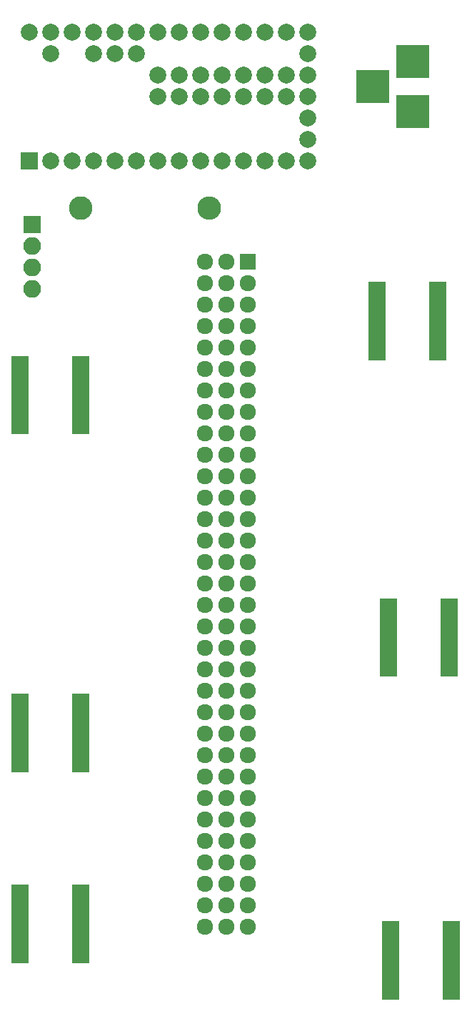
<source format=gbs>
G04 #@! TF.FileFunction,Soldermask,Bot*
%FSLAX46Y46*%
G04 Gerber Fmt 4.6, Leading zero omitted, Abs format (unit mm)*
G04 Created by KiCad (PCBNEW 4.0.6) date Monday, September 25, 2017 'AMt' 01:13:48 AM*
%MOMM*%
%LPD*%
G01*
G04 APERTURE LIST*
%ADD10C,0.100000*%
%ADD11R,3.900000X3.900000*%
%ADD12R,2.150000X0.850000*%
%ADD13C,2.000000*%
%ADD14R,2.000000X2.000000*%
%ADD15R,2.100000X2.100000*%
%ADD16O,2.100000X2.100000*%
%ADD17C,2.800000*%
%ADD18O,2.800000X2.800000*%
%ADD19C,1.920000*%
%ADD20R,1.920000X1.920000*%
G04 APERTURE END LIST*
D10*
D11*
X167640000Y-66040000D03*
X167640000Y-60040000D03*
X162940000Y-63040000D03*
D12*
X121114000Y-103793000D03*
X121114000Y-103143000D03*
X121114000Y-102493000D03*
X121114000Y-101843000D03*
X121114000Y-101193000D03*
X121114000Y-100543000D03*
X121114000Y-99893000D03*
X121114000Y-99243000D03*
X121114000Y-98593000D03*
X121114000Y-97943000D03*
X121114000Y-97293000D03*
X121114000Y-96643000D03*
X121114000Y-95993000D03*
X121114000Y-95343000D03*
X128314000Y-95343000D03*
X128314000Y-95993000D03*
X128314000Y-96643000D03*
X128314000Y-97293000D03*
X128314000Y-97943000D03*
X128314000Y-98593000D03*
X128314000Y-99243000D03*
X128314000Y-99893000D03*
X128314000Y-100543000D03*
X128314000Y-101193000D03*
X128314000Y-101843000D03*
X128314000Y-102493000D03*
X128314000Y-103143000D03*
X128314000Y-103793000D03*
D13*
X155194000Y-64262000D03*
X155194000Y-61722000D03*
X155194000Y-59182000D03*
X155194000Y-56642000D03*
X155194000Y-66802000D03*
X155194000Y-69342000D03*
X155194000Y-71882000D03*
X152654000Y-56642000D03*
X150114000Y-56642000D03*
X147574000Y-56642000D03*
X145034000Y-56642000D03*
X142494000Y-56642000D03*
X139954000Y-56642000D03*
X137414000Y-56642000D03*
X134874000Y-56642000D03*
X132334000Y-56642000D03*
X129794000Y-56642000D03*
X127254000Y-56642000D03*
X124714000Y-56642000D03*
X122174000Y-56642000D03*
X124714000Y-59182000D03*
X129794000Y-59182000D03*
X132334000Y-59182000D03*
X134874000Y-59182000D03*
X152654000Y-71882000D03*
X150114000Y-71882000D03*
X147574000Y-71882000D03*
X145034000Y-71882000D03*
X142494000Y-71882000D03*
X139954000Y-71882000D03*
X137414000Y-71882000D03*
X134874000Y-71882000D03*
X132334000Y-71882000D03*
X129794000Y-71882000D03*
X127254000Y-71882000D03*
X124714000Y-71882000D03*
D14*
X122174000Y-71882000D03*
D13*
X137414000Y-64262000D03*
X139954000Y-64262000D03*
X142494000Y-64262000D03*
X145034000Y-64262000D03*
X147574000Y-64262000D03*
X150114000Y-64262000D03*
X152654000Y-64262000D03*
X152654000Y-61722000D03*
X150114000Y-61722000D03*
X147574000Y-61722000D03*
X145034000Y-61722000D03*
X142494000Y-61722000D03*
X139954000Y-61722000D03*
X137414000Y-61722000D03*
D12*
X163405000Y-95030000D03*
X163405000Y-94380000D03*
X163405000Y-93730000D03*
X163405000Y-93080000D03*
X163405000Y-92430000D03*
X163405000Y-91780000D03*
X163405000Y-91130000D03*
X163405000Y-90480000D03*
X163405000Y-89830000D03*
X163405000Y-89180000D03*
X163405000Y-88530000D03*
X163405000Y-87880000D03*
X163405000Y-87230000D03*
X163405000Y-86580000D03*
X170605000Y-86580000D03*
X170605000Y-87230000D03*
X170605000Y-87880000D03*
X170605000Y-88530000D03*
X170605000Y-89180000D03*
X170605000Y-89830000D03*
X170605000Y-90480000D03*
X170605000Y-91130000D03*
X170605000Y-91780000D03*
X170605000Y-92430000D03*
X170605000Y-93080000D03*
X170605000Y-93730000D03*
X170605000Y-94380000D03*
X170605000Y-95030000D03*
X121114000Y-143798000D03*
X121114000Y-143148000D03*
X121114000Y-142498000D03*
X121114000Y-141848000D03*
X121114000Y-141198000D03*
X121114000Y-140548000D03*
X121114000Y-139898000D03*
X121114000Y-139248000D03*
X121114000Y-138598000D03*
X121114000Y-137948000D03*
X121114000Y-137298000D03*
X121114000Y-136648000D03*
X121114000Y-135998000D03*
X121114000Y-135348000D03*
X128314000Y-135348000D03*
X128314000Y-135998000D03*
X128314000Y-136648000D03*
X128314000Y-137298000D03*
X128314000Y-137948000D03*
X128314000Y-138598000D03*
X128314000Y-139248000D03*
X128314000Y-139898000D03*
X128314000Y-140548000D03*
X128314000Y-141198000D03*
X128314000Y-141848000D03*
X128314000Y-142498000D03*
X128314000Y-143148000D03*
X128314000Y-143798000D03*
X121114000Y-166404000D03*
X121114000Y-165754000D03*
X121114000Y-165104000D03*
X121114000Y-164454000D03*
X121114000Y-163804000D03*
X121114000Y-163154000D03*
X121114000Y-162504000D03*
X121114000Y-161854000D03*
X121114000Y-161204000D03*
X121114000Y-160554000D03*
X121114000Y-159904000D03*
X121114000Y-159254000D03*
X121114000Y-158604000D03*
X121114000Y-157954000D03*
X128314000Y-157954000D03*
X128314000Y-158604000D03*
X128314000Y-159254000D03*
X128314000Y-159904000D03*
X128314000Y-160554000D03*
X128314000Y-161204000D03*
X128314000Y-161854000D03*
X128314000Y-162504000D03*
X128314000Y-163154000D03*
X128314000Y-163804000D03*
X128314000Y-164454000D03*
X128314000Y-165104000D03*
X128314000Y-165754000D03*
X128314000Y-166404000D03*
X164802000Y-132495000D03*
X164802000Y-131845000D03*
X164802000Y-131195000D03*
X164802000Y-130545000D03*
X164802000Y-129895000D03*
X164802000Y-129245000D03*
X164802000Y-128595000D03*
X164802000Y-127945000D03*
X164802000Y-127295000D03*
X164802000Y-126645000D03*
X164802000Y-125995000D03*
X164802000Y-125345000D03*
X164802000Y-124695000D03*
X164802000Y-124045000D03*
X172002000Y-124045000D03*
X172002000Y-124695000D03*
X172002000Y-125345000D03*
X172002000Y-125995000D03*
X172002000Y-126645000D03*
X172002000Y-127295000D03*
X172002000Y-127945000D03*
X172002000Y-128595000D03*
X172002000Y-129245000D03*
X172002000Y-129895000D03*
X172002000Y-130545000D03*
X172002000Y-131195000D03*
X172002000Y-131845000D03*
X172002000Y-132495000D03*
X165056000Y-170722000D03*
X165056000Y-170072000D03*
X165056000Y-169422000D03*
X165056000Y-168772000D03*
X165056000Y-168122000D03*
X165056000Y-167472000D03*
X165056000Y-166822000D03*
X165056000Y-166172000D03*
X165056000Y-165522000D03*
X165056000Y-164872000D03*
X165056000Y-164222000D03*
X165056000Y-163572000D03*
X165056000Y-162922000D03*
X165056000Y-162272000D03*
X172256000Y-162272000D03*
X172256000Y-162922000D03*
X172256000Y-163572000D03*
X172256000Y-164222000D03*
X172256000Y-164872000D03*
X172256000Y-165522000D03*
X172256000Y-166172000D03*
X172256000Y-166822000D03*
X172256000Y-167472000D03*
X172256000Y-168122000D03*
X172256000Y-168772000D03*
X172256000Y-169422000D03*
X172256000Y-170072000D03*
X172256000Y-170722000D03*
D15*
X122555000Y-79375000D03*
D16*
X122555000Y-81915000D03*
X122555000Y-84455000D03*
X122555000Y-86995000D03*
D17*
X128270000Y-77470000D03*
D18*
X143510000Y-77470000D03*
D19*
X148082000Y-88900000D03*
X148082000Y-91440000D03*
X148082000Y-93980000D03*
X148082000Y-96520000D03*
X148082000Y-99060000D03*
X148082000Y-101600000D03*
X148082000Y-104140000D03*
X148082000Y-106680000D03*
X148082000Y-109220000D03*
X148082000Y-111760000D03*
X148082000Y-114300000D03*
X148082000Y-116840000D03*
X148082000Y-119380000D03*
X148082000Y-121920000D03*
X148082000Y-124460000D03*
X148082000Y-127000000D03*
X148082000Y-129540000D03*
X148082000Y-132080000D03*
X148082000Y-134620000D03*
X148082000Y-137160000D03*
X148082000Y-139700000D03*
X148082000Y-142240000D03*
X148082000Y-144780000D03*
X148082000Y-147320000D03*
X148082000Y-149860000D03*
X148082000Y-152400000D03*
X148082000Y-154940000D03*
X148082000Y-157480000D03*
X148082000Y-160020000D03*
X148082000Y-162560000D03*
X148082000Y-86360000D03*
D20*
X148082000Y-83820000D03*
D19*
X145542000Y-83820000D03*
X145542000Y-86360000D03*
X145542000Y-88900000D03*
X145542000Y-91440000D03*
X145542000Y-93980000D03*
X145542000Y-96520000D03*
X145542000Y-99060000D03*
X145542000Y-101600000D03*
X145542000Y-104140000D03*
X145542000Y-106680000D03*
X145542000Y-109220000D03*
X145542000Y-111760000D03*
X145542000Y-114300000D03*
X145542000Y-116840000D03*
X145542000Y-119380000D03*
X145542000Y-121920000D03*
X145542000Y-124460000D03*
X145542000Y-127000000D03*
X145542000Y-129540000D03*
X145542000Y-132080000D03*
X145542000Y-134620000D03*
X145542000Y-137160000D03*
X145542000Y-139700000D03*
X145542000Y-142240000D03*
X145542000Y-144780000D03*
X145542000Y-147320000D03*
X145542000Y-149860000D03*
X145542000Y-152400000D03*
X145542000Y-154940000D03*
X145542000Y-157480000D03*
X145542000Y-160020000D03*
X145542000Y-162560000D03*
X143002000Y-83820000D03*
X143002000Y-86360000D03*
X143002000Y-88900000D03*
X143002000Y-91440000D03*
X143002000Y-93980000D03*
X143002000Y-96520000D03*
X143002000Y-99060000D03*
X143002000Y-101600000D03*
X143002000Y-104140000D03*
X143002000Y-106680000D03*
X143002000Y-109220000D03*
X143002000Y-111760000D03*
X143002000Y-114300000D03*
X143002000Y-116840000D03*
X143002000Y-119380000D03*
X143002000Y-121920000D03*
X143002000Y-124460000D03*
X143002000Y-127000000D03*
X143002000Y-129540000D03*
X143002000Y-132080000D03*
X143002000Y-134620000D03*
X143002000Y-137160000D03*
X143002000Y-139700000D03*
X143002000Y-142240000D03*
X143002000Y-144780000D03*
X143002000Y-147320000D03*
X143002000Y-149860000D03*
X143002000Y-152400000D03*
X143002000Y-154940000D03*
X143002000Y-157480000D03*
X143002000Y-160020000D03*
X143002000Y-162560000D03*
M02*

</source>
